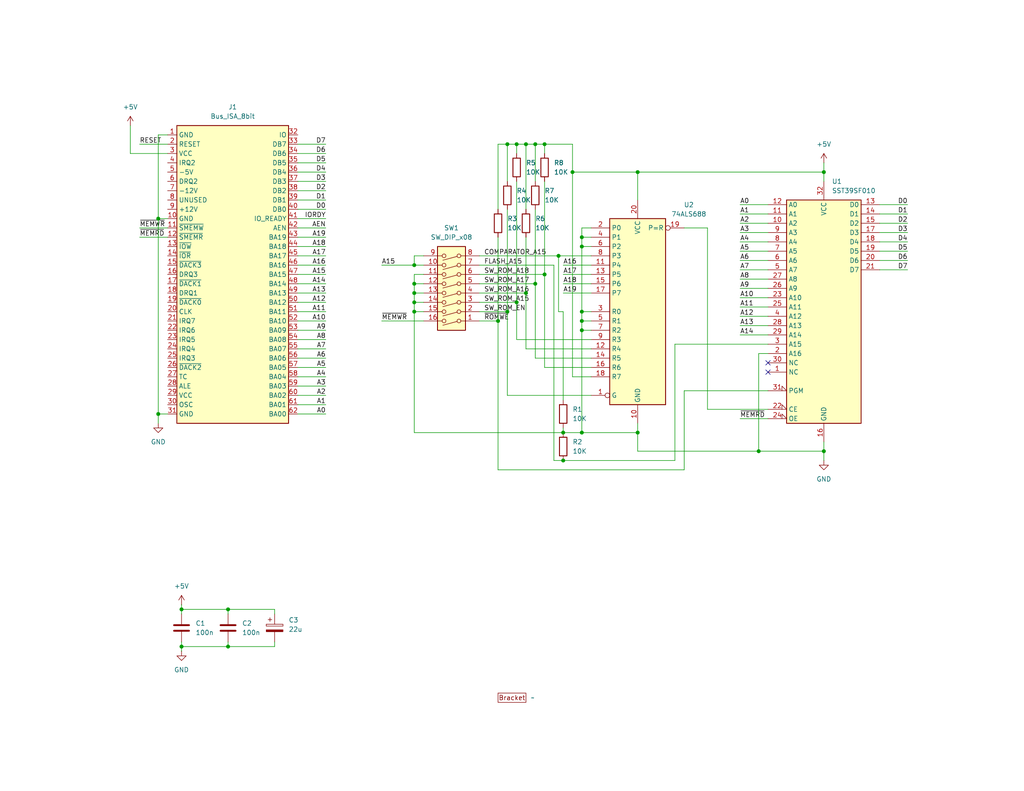
<source format=kicad_sch>
(kicad_sch (version 20231120) (generator "eeschema") (generator_version "8.0")
  (paper "USLetter")
  (title_block (title "ROM 'n Roll Star") (date "2024-09-21") (rev "1"))
  (lib_symbols
    (symbol "74xx:74LS688"
      (property "Reference" "U" (at -7.62 26.67 0))
      (property "Value" "74LS688" (at -7.62 -26.67 0))
      (symbol "74LS688_1_0"
        (pin input inverted (at -12.7 -22.86 0) (length 5.08) (name "G") (number "1"))
        (pin power_in line (at 0 -30.48 90) (length 5.08) (name "GND") (number "10"))
        (pin input line (at -12.7 12.7 0) (length 5.08) (name "P4") (number "11"))
        (pin input line (at -12.7 -10.16 0) (length 5.08) (name "R4") (number "12"))
        (pin input line (at -12.7 10.16 0) (length 5.08) (name "P5") (number "13"))
        (pin input line (at -12.7 -12.7 0) (length 5.08) (name "R5") (number "14"))
        (pin input line (at -12.7 7.62 0) (length 5.08) (name "P6") (number "15"))
        (pin input line (at -12.7 -15.24 0) (length 5.08) (name "R6") (number "16"))
        (pin input line (at -12.7 5.08 0) (length 5.08) (name "P7") (number "17"))
        (pin input line (at -12.7 -17.78 0) (length 5.08) (name "R7") (number "18"))
        (pin output inverted (at 12.7 22.86 180) (length 5.08) (name "P=R") (number "19"))
        (pin input line (at -12.7 22.86 0) (length 5.08) (name "P0") (number "2"))
        (pin power_in line (at 0 30.48 270) (length 5.08) (name "VCC") (number "20"))
        (pin input line (at -12.7 0 0) (length 5.08) (name "R0") (number "3"))
        (pin input line (at -12.7 20.32 0) (length 5.08) (name "P1") (number "4"))
        (pin input line (at -12.7 -2.54 0) (length 5.08) (name "R1") (number "5"))
        (pin input line (at -12.7 17.78 0) (length 5.08) (name "P2") (number "6"))
        (pin input line (at -12.7 -5.08 0) (length 5.08) (name "R2") (number "7"))
        (pin input line (at -12.7 15.24 0) (length 5.08) (name "P3") (number "8"))
        (pin input line (at -12.7 -7.62 0) (length 5.08) (name "R3") (number "9"))
      )
      (symbol "74LS688_1_1"
        (rectangle (start -7.62 25.4) (end 7.62 -25.4) (stroke (width 0.254)) (fill (type background)))
      )
    )
    (symbol "Connector:Bus_ISA_8bit"
      (property "Reference" "J" (at 0 42.545 0))
      (property "Value" "Bus_ISA_8bit" (at 0 -42.545 0))
      (symbol "Bus_ISA_8bit_0_1"
        (rectangle (start -15.24 -40.64) (end 15.24 40.64) (stroke (width 0.254)) (fill (type background)))
      )
      (symbol "Bus_ISA_8bit_1_1"
        (pin power_in line (at -17.78 38.1 0) (length 2.54) (name "GND") (number "1"))
        (pin power_in line (at -17.78 15.24 0) (length 2.54) (name "GND") (number "10"))
        (pin output line (at -17.78 12.7 0) (length 2.54) (name "~{SMEMW}") (number "11"))
        (pin output line (at -17.78 10.16 0) (length 2.54) (name "~{SMEMR}") (number "12"))
        (pin output line (at -17.78 7.62 0) (length 2.54) (name "~{IOW}") (number "13"))
        (pin output line (at -17.78 5.08 0) (length 2.54) (name "~{IOR}") (number "14"))
        (pin passive line (at -17.78 2.54 0) (length 2.54) (name "~{DACK3}") (number "15"))
        (pin passive line (at -17.78 0 0) (length 2.54) (name "DRQ3") (number "16"))
        (pin passive line (at -17.78 -2.54 0) (length 2.54) (name "~{DACK1}") (number "17"))
        (pin passive line (at -17.78 -5.08 0) (length 2.54) (name "DRQ1") (number "18"))
        (pin passive line (at -17.78 -7.62 0) (length 2.54) (name "~{DACK0}") (number "19"))
        (pin output line (at -17.78 35.56 0) (length 2.54) (name "RESET") (number "2"))
        (pin output line (at -17.78 -10.16 0) (length 2.54) (name "CLK") (number "20"))
        (pin passive line (at -17.78 -12.7 0) (length 2.54) (name "IRQ7") (number "21"))
        (pin passive line (at -17.78 -15.24 0) (length 2.54) (name "IRQ6") (number "22"))
        (pin passive line (at -17.78 -17.78 0) (length 2.54) (name "IRQ5") (number "23"))
        (pin passive line (at -17.78 -20.32 0) (length 2.54) (name "IRQ4") (number "24"))
        (pin passive line (at -17.78 -22.86 0) (length 2.54) (name "IRQ3") (number "25"))
        (pin passive line (at -17.78 -25.4 0) (length 2.54) (name "~{DACK2}") (number "26"))
        (pin passive line (at -17.78 -27.94 0) (length 2.54) (name "TC") (number "27"))
        (pin output line (at -17.78 -30.48 0) (length 2.54) (name "ALE") (number "28"))
        (pin power_in line (at -17.78 -33.02 0) (length 2.54) (name "VCC") (number "29"))
        (pin power_in line (at -17.78 33.02 0) (length 2.54) (name "VCC") (number "3"))
        (pin output line (at -17.78 -35.56 0) (length 2.54) (name "OSC") (number "30"))
        (pin power_in line (at -17.78 -38.1 0) (length 2.54) (name "GND") (number "31"))
        (pin passive line (at 17.78 38.1 180) (length 2.54) (name "IO") (number "32"))
        (pin tri_state line (at 17.78 35.56 180) (length 2.54) (name "DB7") (number "33"))
        (pin tri_state line (at 17.78 33.02 180) (length 2.54) (name "DB6") (number "34"))
        (pin tri_state line (at 17.78 30.48 180) (length 2.54) (name "DB5") (number "35"))
        (pin tri_state line (at 17.78 27.94 180) (length 2.54) (name "DB4") (number "36"))
        (pin tri_state line (at 17.78 25.4 180) (length 2.54) (name "DB3") (number "37"))
        (pin tri_state line (at 17.78 22.86 180) (length 2.54) (name "DB2") (number "38"))
        (pin tri_state line (at 17.78 20.32 180) (length 2.54) (name "DB1") (number "39"))
        (pin passive line (at -17.78 30.48 0) (length 2.54) (name "IRQ2") (number "4"))
        (pin tri_state line (at 17.78 17.78 180) (length 2.54) (name "DB0") (number "40"))
        (pin passive line (at 17.78 15.24 180) (length 2.54) (name "IO_READY") (number "41"))
        (pin output line (at 17.78 12.7 180) (length 2.54) (name "AEN") (number "42"))
        (pin tri_state line (at 17.78 10.16 180) (length 2.54) (name "BA19") (number "43"))
        (pin tri_state line (at 17.78 7.62 180) (length 2.54) (name "BA18") (number "44"))
        (pin tri_state line (at 17.78 5.08 180) (length 2.54) (name "BA17") (number "45"))
        (pin tri_state line (at 17.78 2.54 180) (length 2.54) (name "BA16") (number "46"))
        (pin tri_state line (at 17.78 0 180) (length 2.54) (name "BA15") (number "47"))
        (pin tri_state line (at 17.78 -2.54 180) (length 2.54) (name "BA14") (number "48"))
        (pin tri_state line (at 17.78 -5.08 180) (length 2.54) (name "BA13") (number "49"))
        (pin power_in line (at -17.78 27.94 0) (length 2.54) (name "-5V") (number "5"))
        (pin tri_state line (at 17.78 -7.62 180) (length 2.54) (name "BA12") (number "50"))
        (pin tri_state line (at 17.78 -10.16 180) (length 2.54) (name "BA11") (number "51"))
        (pin tri_state line (at 17.78 -12.7 180) (length 2.54) (name "BA10") (number "52"))
        (pin tri_state line (at 17.78 -15.24 180) (length 2.54) (name "BA09") (number "53"))
        (pin tri_state line (at 17.78 -17.78 180) (length 2.54) (name "BA08") (number "54"))
        (pin tri_state line (at 17.78 -20.32 180) (length 2.54) (name "BA07") (number "55"))
        (pin tri_state line (at 17.78 -22.86 180) (length 2.54) (name "BA06") (number "56"))
        (pin tri_state line (at 17.78 -25.4 180) (length 2.54) (name "BA05") (number "57"))
        (pin tri_state line (at 17.78 -27.94 180) (length 2.54) (name "BA04") (number "58"))
        (pin tri_state line (at 17.78 -30.48 180) (length 2.54) (name "BA03") (number "59"))
        (pin passive line (at -17.78 25.4 0) (length 2.54) (name "DRQ2") (number "6"))
        (pin tri_state line (at 17.78 -33.02 180) (length 2.54) (name "BA02") (number "60"))
        (pin tri_state line (at 17.78 -35.56 180) (length 2.54) (name "BA01") (number "61"))
        (pin tri_state line (at 17.78 -38.1 180) (length 2.54) (name "BA00") (number "62"))
        (pin power_in line (at -17.78 22.86 0) (length 2.54) (name "-12V") (number "7"))
        (pin passive line (at -17.78 20.32 0) (length 2.54) (name "UNUSED") (number "8"))
        (pin power_in line (at -17.78 17.78 0) (length 2.54) (name "+12V") (number "9"))
      )
    )
    (symbol "Device:C" (pin_numbers hide) (pin_names (offset 0.254))
      (property "Reference" "C" (at 0.635 2.54 0))
      (property "Value" "C" (at 0.635 -2.54 0))
      (symbol "C_0_1"
        (polyline (pts (xy -2.032 -0.762) (xy 2.032 -0.762)) (stroke (width 0.508)))
        (polyline (pts (xy -2.032 0.762) (xy 2.032 0.762)) (stroke (width 0.508)))
      )
      (symbol "C_1_1"
        (pin passive line (at 0 3.81 270) (length 2.794) (name "~") (number "1"))
        (pin passive line (at 0 -3.81 90) (length 2.794) (name "~") (number "2"))
      )
    )
    (symbol "Device:C_Polarized" (pin_numbers hide) (pin_names (offset 0.254))
      (property "Reference" "C" (at 0.635 2.54 0))
      (property "Value" "C_Polarized" (at 0.635 -2.54 0))
      (symbol "C_Polarized_0_1"
        (rectangle (start -2.286 0.508) (end 2.286 1.016))
        (polyline (pts (xy -1.778 2.286) (xy -0.762 2.286)))
        (polyline (pts (xy -1.27 2.794) (xy -1.27 1.778)))
        (rectangle (start 2.286 -0.508) (end -2.286 -1.016) (fill (type outline)))
      )
      (symbol "C_Polarized_1_1"
        (pin passive line (at 0 3.81 270) (length 2.794) (name "~") (number "1"))
        (pin passive line (at 0 -3.81 90) (length 2.794) (name "~") (number "2"))
      )
    )
    (symbol "Device:R" (pin_numbers hide) (pin_names (offset 0))
      (property "Reference" "R" (at 2.032 0 90))
      (property "Value" "R" (at 0 0 90))
      (symbol "R_0_1"
        (rectangle (start -1.016 -2.54) (end 1.016 2.54) (stroke (width 0.254)))
      )
      (symbol "R_1_1"
        (pin passive line (at 0 3.81 270) (length 1.27) (name "~") (number "1"))
        (pin passive line (at 0 -3.81 90) (length 1.27) (name "~") (number "2"))
      )
    )
    (symbol "Memory_Flash:SST39SF010"
      (property "Reference" "U" (at 2.54 33.02 0))
      (property "Value" "SST39SF010" (at 0 -30.48 0))
      (symbol "SST39SF010_0_0"
        (pin power_in line (at 0 -34.29 90) (length 5.08) (name "GND") (number "16"))
        (pin power_in line (at 0 36.83 270) (length 5.08) (name "VCC") (number "32"))
      )
      (symbol "SST39SF010_0_1"
        (rectangle (start -10.16 31.75) (end 10.16 -29.21) (stroke (width 0.254)) (fill (type background)))
      )
      (symbol "SST39SF010_1_1"
        (pin input line (at -15.24 -15.24 0) (length 5.08) (name "NC") (number "1"))
        (pin input line (at -15.24 25.4 0) (length 5.08) (name "A2") (number "10"))
        (pin input line (at -15.24 27.94 0) (length 5.08) (name "A1") (number "11"))
        (pin input line (at -15.24 30.48 0) (length 5.08) (name "A0") (number "12"))
        (pin tri_state line (at 15.24 30.48 180) (length 5.08) (name "D0") (number "13"))
        (pin tri_state line (at 15.24 27.94 180) (length 5.08) (name "D1") (number "14"))
        (pin tri_state line (at 15.24 25.4 180) (length 5.08) (name "D2") (number "15"))
        (pin tri_state line (at 15.24 22.86 180) (length 5.08) (name "D3") (number "17"))
        (pin tri_state line (at 15.24 20.32 180) (length 5.08) (name "D4") (number "18"))
        (pin tri_state line (at 15.24 17.78 180) (length 5.08) (name "D5") (number "19"))
        (pin input line (at -15.24 -10.16 0) (length 5.08) (name "A16") (number "2"))
        (pin tri_state line (at 15.24 15.24 180) (length 5.08) (name "D6") (number "20"))
        (pin tri_state line (at 15.24 12.7 180) (length 5.08) (name "D7") (number "21"))
        (pin input input_low (at -15.24 -25.4 0) (length 5.08) (name "CE") (number "22"))
        (pin input line (at -15.24 5.08 0) (length 5.08) (name "A10") (number "23"))
        (pin input input_low (at -15.24 -27.94 0) (length 5.08) (name "OE") (number "24"))
        (pin input line (at -15.24 2.54 0) (length 5.08) (name "A11") (number "25"))
        (pin input line (at -15.24 7.62 0) (length 5.08) (name "A9") (number "26"))
        (pin input line (at -15.24 10.16 0) (length 5.08) (name "A8") (number "27"))
        (pin input line (at -15.24 -2.54 0) (length 5.08) (name "A13") (number "28"))
        (pin input line (at -15.24 -5.08 0) (length 5.08) (name "A14") (number "29"))
        (pin input line (at -15.24 -7.62 0) (length 5.08) (name "A15") (number "3"))
        (pin input line (at -15.24 -12.7 0) (length 5.08) (name "NC") (number "30"))
        (pin input input_low (at -15.24 -20.32 0) (length 5.08) (name "PGM") (number "31"))
        (pin input line (at -15.24 0 0) (length 5.08) (name "A12") (number "4"))
        (pin input line (at -15.24 12.7 0) (length 5.08) (name "A7") (number "5"))
        (pin input line (at -15.24 15.24 0) (length 5.08) (name "A6") (number "6"))
        (pin input line (at -15.24 17.78 0) (length 5.08) (name "A5") (number "7"))
        (pin input line (at -15.24 20.32 0) (length 5.08) (name "A4") (number "8"))
        (pin input line (at -15.24 22.86 0) (length 5.08) (name "A3") (number "9"))
      )
    )
    (symbol "Switch:SW_DIP_x08" (pin_names (offset 0) hide)
      (property "Reference" "SW" (at 0 13.97 0))
      (property "Value" "SW_DIP_x08" (at 0 -11.43 0))
      (symbol "SW_DIP_x08_0_0"
        (circle (center -2.032 -7.62) (radius 0.508))
        (circle (center -2.032 -5.08) (radius 0.508))
        (circle (center -2.032 -2.54) (radius 0.508))
        (circle (center -2.032 0) (radius 0.508))
        (circle (center -2.032 2.54) (radius 0.508))
        (circle (center -2.032 5.08) (radius 0.508))
        (circle (center -2.032 7.62) (radius 0.508))
        (circle (center -2.032 10.16) (radius 0.508))
        (polyline (pts (xy -1.524 -7.4676) (xy 2.3622 -6.4262)))
        (polyline (pts (xy -1.524 -4.9276) (xy 2.3622 -3.8862)))
        (polyline (pts (xy -1.524 -2.3876) (xy 2.3622 -1.3462)))
        (polyline (pts (xy -1.524 0.127) (xy 2.3622 1.1684)))
        (polyline (pts (xy -1.524 2.667) (xy 2.3622 3.7084)))
        (polyline (pts (xy -1.524 5.207) (xy 2.3622 6.2484)))
        (polyline (pts (xy -1.524 7.747) (xy 2.3622 8.7884)))
        (polyline (pts (xy -1.524 10.287) (xy 2.3622 11.3284)))
        (circle (center 2.032 -7.62) (radius 0.508))
        (circle (center 2.032 -5.08) (radius 0.508))
        (circle (center 2.032 -2.54) (radius 0.508))
        (circle (center 2.032 0) (radius 0.508))
        (circle (center 2.032 2.54) (radius 0.508))
        (circle (center 2.032 5.08) (radius 0.508))
        (circle (center 2.032 7.62) (radius 0.508))
        (circle (center 2.032 10.16) (radius 0.508))
      )
      (symbol "SW_DIP_x08_0_1"
        (rectangle (start -3.81 12.7) (end 3.81 -10.16) (stroke (width 0.254)) (fill (type background)))
      )
      (symbol "SW_DIP_x08_1_1"
        (pin passive line (at -7.62 10.16 0) (length 5.08) (name "~") (number "1"))
        (pin passive line (at 7.62 -5.08 180) (length 5.08) (name "~") (number "10"))
        (pin passive line (at 7.62 -2.54 180) (length 5.08) (name "~") (number "11"))
        (pin passive line (at 7.62 0 180) (length 5.08) (name "~") (number "12"))
        (pin passive line (at 7.62 2.54 180) (length 5.08) (name "~") (number "13"))
        (pin passive line (at 7.62 5.08 180) (length 5.08) (name "~") (number "14"))
        (pin passive line (at 7.62 7.62 180) (length 5.08) (name "~") (number "15"))
        (pin passive line (at 7.62 10.16 180) (length 5.08) (name "~") (number "16"))
        (pin passive line (at -7.62 7.62 0) (length 5.08) (name "~") (number "2"))
        (pin passive line (at -7.62 5.08 0) (length 5.08) (name "~") (number "3"))
        (pin passive line (at -7.62 2.54 0) (length 5.08) (name "~") (number "4"))
        (pin passive line (at -7.62 0 0) (length 5.08) (name "~") (number "5"))
        (pin passive line (at -7.62 -2.54 0) (length 5.08) (name "~") (number "6"))
        (pin passive line (at -7.62 -5.08 0) (length 5.08) (name "~") (number "7"))
        (pin passive line (at -7.62 -7.62 0) (length 5.08) (name "~") (number "8"))
        (pin passive line (at 7.62 -7.62 180) (length 5.08) (name "~") (number "9"))
      )
    )
    (symbol "pc-parts:9202"
      (symbol "9202_1_1"
        (rectangle (start -3.81 1.27) (end 3.81 -1.27))
        (text "Bracket" (at 0 0 0) (effects (font (size 1.27 1.27))))
      )
    )
    (symbol "power:+5V" (power) (pin_numbers hide) (pin_names (offset 0) hide)
      (property "Value" "+5V" (at 0 3.556 0))
      (symbol "+5V_0_1"
        (polyline (pts (xy -0.762 1.27) (xy 0 2.54)))
        (polyline (pts (xy 0 0) (xy 0 2.54)))
        (polyline (pts (xy 0 2.54) (xy 0.762 1.27)))
      )
      (symbol "+5V_1_1"
        (pin power_in line (at 0 0 90) (length 0) (name "~") (number "1"))
      )
    )
    (symbol "power:GND" (power) (pin_numbers hide) (pin_names (offset 0) hide)
      (property "Value" "GND" (at 0 -3.81 0))
      (symbol "GND_0_1"
        (polyline (pts (xy 0 0) (xy 0 -1.27) (xy 1.27 -1.27) (xy 0 -2.54) (xy -1.27 -1.27) (xy 0 -1.27)))
      )
      (symbol "GND_1_1"
        (pin power_in line (at 0 0 270) (length 0) (name "~") (number "1"))
      )
    )
  )
  (junction (at 156.21 46.99))
  (junction (at 138.43 39.37))
  (junction (at 146.05 77.47))
  (junction (at 138.43 85.09))
  (junction (at 158.75 90.17))
  (junction (at 143.51 80.01))
  (junction (at 43.18 113.03))
  (junction (at 140.97 39.37))
  (junction (at 140.97 82.55))
  (junction (at 152.4 69.85))
  (junction (at 148.59 74.93))
  (junction (at 153.67 118.11))
  (junction (at 143.51 39.37))
  (junction (at 49.53 176.53))
  (junction (at 113.03 82.55))
  (junction (at 173.99 46.99))
  (junction (at 153.67 125.73))
  (junction (at 113.03 72.39))
  (junction (at 43.18 59.69))
  (junction (at 113.03 77.47))
  (junction (at 148.59 39.37))
  (junction (at 173.99 118.11))
  (junction (at 49.53 166.37))
  (junction (at 113.03 80.01))
  (junction (at 158.75 67.31))
  (junction (at 224.79 123.19))
  (junction (at 62.23 176.53))
  (junction (at 62.23 166.37))
  (junction (at 158.75 64.77))
  (junction (at 224.79 46.99))
  (junction (at 135.89 87.63))
  (junction (at 146.05 39.37))
  (junction (at 158.75 85.09))
  (junction (at 158.75 118.11))
  (junction (at 113.03 85.09))
  (junction (at 207.01 123.19))
  (junction (at 158.75 87.63))
  (no_connect (at 209.55 99.06))
  (no_connect (at 209.55 101.6))
  (wire (pts (xy 62.23 176.53) (xy 74.93 176.53)))
  (wire (pts (xy 49.53 175.26) (xy 49.53 176.53)))
  (wire (pts (xy 240.03 73.66) (xy 247.65 73.66)))
  (wire (pts (xy 81.28 57.15) (xy 88.9 57.15)))
  (wire (pts (xy 113.03 72.39) (xy 113.03 69.85)))
  (wire (pts (xy 153.67 109.22) (xy 153.67 85.09)))
  (wire (pts (xy 209.55 60.96) (xy 201.93 60.96)))
  (wire (pts (xy 81.28 39.37) (xy 88.9 39.37)))
  (wire (pts (xy 156.21 46.99) (xy 156.21 102.87)))
  (wire (pts (xy 161.29 72.39) (xy 153.67 72.39)))
  (wire (pts (xy 43.18 113.03) (xy 43.18 115.57)))
  (wire (pts (xy 43.18 59.69) (xy 43.18 113.03)))
  (wire (pts (xy 209.55 96.52) (xy 207.01 96.52)))
  (wire (pts (xy 209.55 71.12) (xy 201.93 71.12)))
  (wire (pts (xy 81.28 44.45) (xy 88.9 44.45)))
  (wire (pts (xy 113.03 82.55) (xy 115.57 82.55)))
  (wire (pts (xy 152.4 69.85) (xy 161.29 69.85)))
  (wire (pts (xy 158.75 62.23) (xy 158.75 64.77)))
  (wire (pts (xy 224.79 123.19) (xy 224.79 125.73)))
  (wire (pts (xy 143.51 39.37) (xy 140.97 39.37)))
  (wire (pts (xy 81.28 67.31) (xy 88.9 67.31)))
  (wire (pts (xy 138.43 85.09) (xy 130.81 85.09)))
  (wire (pts (xy 81.28 77.47) (xy 88.9 77.47)))
  (wire (pts (xy 153.67 116.84) (xy 153.67 118.11)))
  (wire (pts (xy 151.13 72.39) (xy 130.81 72.39)))
  (wire (pts (xy 161.29 95.25) (xy 143.51 95.25)))
  (wire (pts (xy 207.01 96.52) (xy 207.01 123.19)))
  (wire (pts (xy 156.21 39.37) (xy 156.21 46.99)))
  (wire (pts (xy 161.29 102.87) (xy 156.21 102.87)))
  (wire (pts (xy 186.69 62.23) (xy 193.04 62.23)))
  (wire (pts (xy 209.55 76.2) (xy 201.93 76.2)))
  (wire (pts (xy 140.97 92.71) (xy 140.97 82.55)))
  (wire (pts (xy 130.81 69.85) (xy 152.4 69.85)))
  (wire (pts (xy 240.03 55.88) (xy 247.65 55.88)))
  (wire (pts (xy 81.28 107.95) (xy 88.9 107.95)))
  (wire (pts (xy 209.55 88.9) (xy 201.93 88.9)))
  (wire (pts (xy 104.14 72.39) (xy 113.03 72.39)))
  (wire (pts (xy 224.79 44.45) (xy 224.79 46.99)))
  (wire (pts (xy 81.28 105.41) (xy 88.9 105.41)))
  (wire (pts (xy 161.29 97.79) (xy 146.05 97.79)))
  (wire (pts (xy 207.01 123.19) (xy 173.99 123.19)))
  (wire (pts (xy 49.53 165.1) (xy 49.53 166.37)))
  (wire (pts (xy 161.29 80.01) (xy 153.67 80.01)))
  (wire (pts (xy 201.93 114.3) (xy 209.55 114.3)))
  (wire (pts (xy 143.51 80.01) (xy 130.81 80.01)))
  (wire (pts (xy 104.14 87.63) (xy 115.57 87.63)))
  (wire (pts (xy 81.28 95.25) (xy 88.9 95.25)))
  (wire (pts (xy 143.51 64.77) (xy 143.51 80.01)))
  (wire (pts (xy 158.75 85.09) (xy 161.29 85.09)))
  (wire (pts (xy 186.69 106.68) (xy 209.55 106.68)))
  (wire (pts (xy 49.53 176.53) (xy 49.53 177.8)))
  (wire (pts (xy 113.03 118.11) (xy 113.03 85.09)))
  (wire (pts (xy 158.75 67.31) (xy 158.75 85.09)))
  (wire (pts (xy 62.23 166.37) (xy 74.93 166.37)))
  (wire (pts (xy 158.75 87.63) (xy 158.75 85.09)))
  (wire (pts (xy 209.55 73.66) (xy 201.93 73.66)))
  (wire (pts (xy 81.28 52.07) (xy 88.9 52.07)))
  (wire (pts (xy 186.69 128.27) (xy 186.69 106.68)))
  (wire (pts (xy 81.28 46.99) (xy 88.9 46.99)))
  (wire (pts (xy 49.53 166.37) (xy 62.23 166.37)))
  (wire (pts (xy 161.29 77.47) (xy 153.67 77.47)))
  (wire (pts (xy 81.28 80.01) (xy 88.9 80.01)))
  (wire (pts (xy 81.28 113.03) (xy 88.9 113.03)))
  (wire (pts (xy 161.29 107.95) (xy 138.43 107.95)))
  (wire (pts (xy 148.59 74.93) (xy 130.81 74.93)))
  (wire (pts (xy 156.21 46.99) (xy 173.99 46.99)))
  (wire (pts (xy 146.05 39.37) (xy 143.51 39.37)))
  (wire (pts (xy 138.43 57.15) (xy 138.43 85.09)))
  (wire (pts (xy 49.53 166.37) (xy 49.53 167.64)))
  (wire (pts (xy 49.53 176.53) (xy 62.23 176.53)))
  (wire (pts (xy 113.03 82.55) (xy 113.03 80.01)))
  (wire (pts (xy 158.75 118.11) (xy 158.75 90.17)))
  (wire (pts (xy 81.28 41.91) (xy 88.9 41.91)))
  (wire (pts (xy 209.55 63.5) (xy 201.93 63.5)))
  (wire (pts (xy 209.55 55.88) (xy 201.93 55.88)))
  (wire (pts (xy 81.28 100.33) (xy 88.9 100.33)))
  (wire (pts (xy 81.28 72.39) (xy 88.9 72.39)))
  (wire (pts (xy 240.03 71.12) (xy 247.65 71.12)))
  (wire (pts (xy 43.18 59.69) (xy 45.72 59.69)))
  (wire (pts (xy 209.55 81.28) (xy 201.93 81.28)))
  (wire (pts (xy 158.75 90.17) (xy 158.75 87.63)))
  (wire (pts (xy 138.43 39.37) (xy 138.43 49.53)))
  (wire (pts (xy 240.03 60.96) (xy 247.65 60.96)))
  (wire (pts (xy 146.05 97.79) (xy 146.05 77.47)))
  (wire (pts (xy 158.75 64.77) (xy 161.29 64.77)))
  (wire (pts (xy 148.59 49.53) (xy 148.59 74.93)))
  (wire (pts (xy 81.28 62.23) (xy 88.9 62.23)))
  (wire (pts (xy 113.03 85.09) (xy 113.03 82.55)))
  (wire (pts (xy 193.04 111.76) (xy 209.55 111.76)))
  (wire (pts (xy 158.75 67.31) (xy 161.29 67.31)))
  (wire (pts (xy 148.59 41.91) (xy 148.59 39.37)))
  (wire (pts (xy 81.28 87.63) (xy 88.9 87.63)))
  (wire (pts (xy 161.29 92.71) (xy 140.97 92.71)))
  (wire (pts (xy 148.59 100.33) (xy 148.59 74.93)))
  (wire (pts (xy 161.29 74.93) (xy 153.67 74.93)))
  (wire (pts (xy 173.99 115.57) (xy 173.99 118.11)))
  (wire (pts (xy 81.28 69.85) (xy 88.9 69.85)))
  (wire (pts (xy 113.03 77.47) (xy 115.57 77.47)))
  (wire (pts (xy 38.1 39.37) (xy 45.72 39.37)))
  (wire (pts (xy 62.23 166.37) (xy 62.23 167.64)))
  (wire (pts (xy 45.72 36.83) (xy 43.18 36.83)))
  (wire (pts (xy 113.03 80.01) (xy 113.03 77.47)))
  (wire (pts (xy 153.67 85.09) (xy 152.4 85.09)))
  (wire (pts (xy 148.59 39.37) (xy 146.05 39.37)))
  (wire (pts (xy 158.75 64.77) (xy 158.75 67.31)))
  (wire (pts (xy 43.18 113.03) (xy 45.72 113.03)))
  (wire (pts (xy 62.23 175.26) (xy 62.23 176.53)))
  (wire (pts (xy 209.55 66.04) (xy 201.93 66.04)))
  (wire (pts (xy 209.55 78.74) (xy 201.93 78.74)))
  (wire (pts (xy 151.13 125.73) (xy 151.13 72.39)))
  (wire (pts (xy 240.03 68.58) (xy 247.65 68.58)))
  (wire (pts (xy 81.28 92.71) (xy 88.9 92.71)))
  (wire (pts (xy 135.89 128.27) (xy 186.69 128.27)))
  (wire (pts (xy 224.79 46.99) (xy 173.99 46.99)))
  (wire (pts (xy 130.81 87.63) (xy 135.89 87.63)))
  (wire (pts (xy 143.51 95.25) (xy 143.51 80.01)))
  (wire (pts (xy 140.97 82.55) (xy 130.81 82.55)))
  (wire (pts (xy 209.55 91.44) (xy 201.93 91.44)))
  (wire (pts (xy 38.1 64.77) (xy 45.72 64.77)))
  (wire (pts (xy 146.05 77.47) (xy 130.81 77.47)))
  (wire (pts (xy 135.89 64.77) (xy 135.89 87.63)))
  (wire (pts (xy 152.4 85.09) (xy 152.4 69.85)))
  (wire (pts (xy 207.01 123.19) (xy 224.79 123.19)))
  (wire (pts (xy 43.18 36.83) (xy 43.18 59.69)))
  (wire (pts (xy 193.04 62.23) (xy 193.04 111.76)))
  (wire (pts (xy 161.29 62.23) (xy 158.75 62.23)))
  (wire (pts (xy 81.28 49.53) (xy 88.9 49.53)))
  (wire (pts (xy 135.89 39.37) (xy 135.89 57.15)))
  (wire (pts (xy 74.93 175.26) (xy 74.93 176.53)))
  (wire (pts (xy 148.59 39.37) (xy 156.21 39.37)))
  (wire (pts (xy 224.79 123.19) (xy 224.79 120.65)))
  (wire (pts (xy 224.79 49.53) (xy 224.79 46.99)))
  (wire (pts (xy 81.28 74.93) (xy 88.9 74.93)))
  (wire (pts (xy 209.55 68.58) (xy 201.93 68.58)))
  (wire (pts (xy 35.56 34.29) (xy 35.56 41.91)))
  (wire (pts (xy 140.97 39.37) (xy 140.97 41.91)))
  (wire (pts (xy 209.55 58.42) (xy 201.93 58.42)))
  (wire (pts (xy 81.28 64.77) (xy 88.9 64.77)))
  (wire (pts (xy 74.93 166.37) (xy 74.93 167.64)))
  (wire (pts (xy 113.03 85.09) (xy 115.57 85.09)))
  (wire (pts (xy 240.03 66.04) (xy 247.65 66.04)))
  (wire (pts (xy 153.67 118.11) (xy 113.03 118.11)))
  (wire (pts (xy 173.99 118.11) (xy 158.75 118.11)))
  (wire (pts (xy 209.55 93.98) (xy 184.15 93.98)))
  (wire (pts (xy 209.55 83.82) (xy 201.93 83.82)))
  (wire (pts (xy 113.03 80.01) (xy 115.57 80.01)))
  (wire (pts (xy 184.15 93.98) (xy 184.15 125.73)))
  (wire (pts (xy 81.28 54.61) (xy 88.9 54.61)))
  (wire (pts (xy 81.28 82.55) (xy 88.9 82.55)))
  (wire (pts (xy 35.56 41.91) (xy 45.72 41.91)))
  (wire (pts (xy 158.75 90.17) (xy 161.29 90.17)))
  (wire (pts (xy 184.15 125.73) (xy 153.67 125.73)))
  (wire (pts (xy 81.28 85.09) (xy 88.9 85.09)))
  (wire (pts (xy 81.28 90.17) (xy 88.9 90.17)))
  (wire (pts (xy 113.03 69.85) (xy 115.57 69.85)))
  (wire (pts (xy 153.67 125.73) (xy 151.13 125.73)))
  (wire (pts (xy 209.55 86.36) (xy 201.93 86.36)))
  (wire (pts (xy 81.28 102.87) (xy 88.9 102.87)))
  (wire (pts (xy 161.29 100.33) (xy 148.59 100.33)))
  (wire (pts (xy 146.05 57.15) (xy 146.05 77.47)))
  (wire (pts (xy 38.1 62.23) (xy 45.72 62.23)))
  (wire (pts (xy 135.89 87.63) (xy 135.89 128.27)))
  (wire (pts (xy 81.28 59.69) (xy 88.9 59.69)))
  (wire (pts (xy 138.43 107.95) (xy 138.43 85.09)))
  (wire (pts (xy 143.51 39.37) (xy 143.51 57.15)))
  (wire (pts (xy 113.03 72.39) (xy 115.57 72.39)))
  (wire (pts (xy 240.03 63.5) (xy 247.65 63.5)))
  (wire (pts (xy 173.99 123.19) (xy 173.99 118.11)))
  (wire (pts (xy 158.75 118.11) (xy 153.67 118.11)))
  (wire (pts (xy 81.28 97.79) (xy 88.9 97.79)))
  (wire (pts (xy 140.97 49.53) (xy 140.97 82.55)))
  (wire (pts (xy 140.97 39.37) (xy 138.43 39.37)))
  (wire (pts (xy 146.05 39.37) (xy 146.05 49.53)))
  (wire (pts (xy 113.03 74.93) (xy 115.57 74.93)))
  (wire (pts (xy 81.28 110.49) (xy 88.9 110.49)))
  (wire (pts (xy 113.03 77.47) (xy 113.03 74.93)))
  (wire (pts (xy 138.43 39.37) (xy 135.89 39.37)))
  (wire (pts (xy 158.75 87.63) (xy 161.29 87.63)))
  (wire (pts (xy 240.03 58.42) (xy 247.65 58.42)))
  (wire (pts (xy 173.99 46.99) (xy 173.99 54.61)))
  (label "SW_ROM_A18" (at 132.08 74.93 0))
  (label "A4" (at 88.9 102.87 180))
  (label "A18" (at 153.67 77.47 0))
  (label "D6" (at 247.65 71.12 180))
  (label "A6" (at 88.9 97.79 180))
  (label "A19" (at 153.67 80.01 0))
  (label "A17" (at 88.9 69.85 180))
  (label "A4" (at 201.93 66.04 0))
  (label "A5" (at 88.9 100.33 180))
  (label "A5" (at 201.93 68.58 0))
  (label "A9" (at 201.93 78.74 0))
  (label "A7" (at 201.93 73.66 0))
  (label "D4" (at 247.65 66.04 180))
  (label "D5" (at 247.65 68.58 180))
  (label "SW_ROM_A15" (at 132.08 82.55 0))
  (label "A7" (at 88.9 95.25 180))
  (label "A9" (at 88.9 90.17 180))
  (label "D2" (at 247.65 60.96 180))
  (label "A13" (at 201.93 88.9 0))
  (label "~{MEMWR}" (at 38.1 62.23 0))
  (label "D0" (at 247.65 55.88 180))
  (label "A8" (at 201.93 76.2 0))
  (label "A10" (at 88.9 87.63 180))
  (label "A12" (at 88.9 82.55 180))
  (label "SW_ROM_A16" (at 132.08 80.01 0))
  (label "D3" (at 88.9 49.53 180))
  (label "A14" (at 88.9 77.47 180))
  (label "A1" (at 201.93 58.42 0))
  (label "D3" (at 247.65 63.5 180))
  (label "~{ROMWE}" (at 132.08 87.63 0))
  (label "A0" (at 201.93 55.88 0))
  (label "A0" (at 88.9 113.03 180))
  (label "A11" (at 201.93 83.82 0))
  (label "A15" (at 104.14 72.39 0))
  (label "~{MEMRD}" (at 201.93 114.3 0))
  (label "RESET" (at 38.1 39.37 0))
  (label "A12" (at 201.93 86.36 0))
  (label "~{MEMRD}" (at 38.1 64.77 0))
  (label "A2" (at 201.93 60.96 0))
  (label "AEN" (at 88.9 62.23 180))
  (label "A13" (at 88.9 80.01 180))
  (label "COMPARATOR_A15" (at 132.08 69.85 0))
  (label "A1" (at 88.9 110.49 180))
  (label "~{MEMWR}" (at 104.14 87.63 0))
  (label "A3" (at 88.9 105.41 180))
  (label "A16" (at 88.9 72.39 180))
  (label "A6" (at 201.93 71.12 0))
  (label "D2" (at 88.9 52.07 180))
  (label "A14" (at 201.93 91.44 0))
  (label "FLASH_A15" (at 132.08 72.39 0))
  (label "SW_ROM_A17" (at 132.08 77.47 0))
  (label "D1" (at 247.65 58.42 180))
  (label "A16" (at 153.67 72.39 0))
  (label "IORDY" (at 88.9 59.69 180))
  (label "A3" (at 201.93 63.5 0))
  (label "A19" (at 88.9 64.77 180))
  (label "A10" (at 201.93 81.28 0))
  (label "A8" (at 88.9 92.71 180))
  (label "D6" (at 88.9 41.91 180))
  (label "D1" (at 88.9 54.61 180))
  (label "D5" (at 88.9 44.45 180))
  (label "D0" (at 88.9 57.15 180))
  (label "A2" (at 88.9 107.95 180))
  (label "D7" (at 247.65 73.66 180))
  (label "A18" (at 88.9 67.31 180))
  (label "D4" (at 88.9 46.99 180))
  (label "A17" (at 153.67 74.93 0))
  (label "A11" (at 88.9 85.09 180))
  (label "SW_ROM_EN" (at 132.08 85.09 0))
  (label "A15" (at 88.9 74.93 180))
  (label "D7" (at 88.9 39.37 180))
  (symbol (lib_id "power:+5V") (at 35.56 34.29 0) (unit 1)
    (property "Reference" "#PWR01" (effects (hide yes)))
    (property "Value" "+5V" (at 35.56 29.21 0))
    (property "Description" "Power symbol creates a global label with name \"+5V\"" (effects (hide yes)))
  )
  (symbol (lib_id "Device:R") (at 146.05 53.34 0) (unit 1)
    (property "Reference" "R7" (at 148.59 52.0699 0) (effects (justify left)))
    (property "Value" "10K" (at 148.59 54.6099 0) (effects (justify left)))
    (property "Footprint" "Resistor_SMD:R_0603_1608Metric_Pad0.98x0.95mm_HandSolder" (effects (hide yes)))
    (property "Description" "Resistor" (effects (hide yes)))
  )
  (symbol (lib_id "Connector:Bus_ISA_8bit") (at 63.5 74.93 0) (unit 1)
    (property "Reference" "J1" (at 63.5 29.21 0))
    (property "Value" "Bus_ISA_8bit" (at 63.5 31.75 0))
    (property "Footprint" "pc-parts:BUS_AT_8BIT" (effects (hide yes)))
    (property "Datasheet" "https://en.wikipedia.org/wiki/Industry_Standard_Architecture" (effects (hide yes)))
    (property "Description" "8-bit ISA-PC bus connector" (effects (hide yes)))
  )
  (symbol (lib_id "power:GND") (at 43.18 115.57 0) (unit 1)
    (property "Reference" "#PWR02" (effects (hide yes)))
    (property "Value" "GND" (at 43.18 120.65 0))
    (property "Description" "Power symbol creates a global label with name \"GND\" , ground" (effects (hide yes)))
  )
  (symbol (lib_id "Device:C_Polarized") (at 74.93 171.45 0) (unit 1)
    (property "Reference" "C3" (at 78.74 169.2909 0) (effects (justify left)))
    (property "Value" "22u" (at 78.74 171.8309 0) (effects (justify left)))
    (property "Footprint" "Capacitor_SMD:CP_Elec_5x5.3" (effects (hide yes)))
    (property "Description" "Polarized capacitor" (effects (hide yes)))
  )
  (symbol (lib_id "pc-parts:9202") (at 139.7 190.5 0) (unit 1)
    (property "Reference" "BRACKET1" (effects (hide yes)))
    (property "Value" "~" (at 144.78 190.5 0) (effects (justify left)))
    (property "Footprint" "pc-parts:PC_BRACKET_ISA_KEYSTONE_9202_Rev1" (effects (hide yes)))
  )
  (symbol (lib_id "power:+5V") (at 224.79 44.45 0) (unit 1)
    (property "Reference" "#PWR05" (effects (hide yes)))
    (property "Value" "+5V" (at 224.79 39.37 0))
    (property "Description" "Power symbol creates a global label with name \"+5V\"" (effects (hide yes)))
  )
  (symbol (lib_id "power:GND") (at 49.53 177.8 0) (unit 1)
    (property "Reference" "#PWR018" (effects (hide yes)))
    (property "Value" "GND" (at 49.53 182.88 0))
    (property "Description" "Power symbol creates a global label with name \"GND\" , ground" (effects (hide yes)))
  )
  (symbol (lib_id "Device:C") (at 49.53 171.45 0) (unit 1)
    (property "Reference" "C1" (at 53.34 170.1799 0) (effects (justify left)))
    (property "Value" "100n" (at 53.34 172.7199 0) (effects (justify left)))
    (property "Footprint" "Capacitor_SMD:C_0603_1608Metric_Pad1.08x0.95mm_HandSolder" (effects (hide yes)))
    (property "Description" "Unpolarized capacitor" (effects (hide yes)))
  )
  (symbol (lib_id "Switch:SW_DIP_x08") (at 123.19 77.47 180) (unit 1)
    (property "Reference" "SW1" (at 123.19 62.23 0))
    (property "Value" "SW_DIP_x08" (at 123.19 64.77 0))
    (property "Footprint" "Button_Switch_THT:SW_DIP_SPSTx08_Slide_9.78x22.5mm_W7.62mm_P2.54mm" (effects (hide yes)))
    (property "Description" "8x DIP Switch, Single Pole Single Throw (SPST) switch, small symbol" (effects (hide yes)))
  )
  (symbol (lib_id "Device:R") (at 140.97 45.72 0) (unit 1)
    (property "Reference" "R5" (at 143.51 44.4499 0) (effects (justify left)))
    (property "Value" "10K" (at 143.51 46.9899 0) (effects (justify left)))
    (property "Footprint" "Resistor_SMD:R_0603_1608Metric_Pad0.98x0.95mm_HandSolder" (effects (hide yes)))
    (property "Description" "Resistor" (effects (hide yes)))
  )
  (symbol (lib_id "Device:R") (at 135.89 60.96 0) (unit 1)
    (property "Reference" "R3" (at 138.43 59.6899 0) (effects (justify left)))
    (property "Value" "10K" (at 138.43 62.2299 0) (effects (justify left)))
    (property "Footprint" "Resistor_SMD:R_0603_1608Metric_Pad0.98x0.95mm_HandSolder" (effects (hide yes)))
    (property "Description" "Resistor" (effects (hide yes)))
  )
  (symbol (lib_id "74xx:74LS688") (at 173.99 85.09 0) (unit 1)
    (property "Reference" "U2" (at 187.96 55.9114 0))
    (property "Value" "74ALS688" (at 187.96 58.4514 0))
    (property "Footprint" "Package_DIP:DIP-20_W7.62mm" (effects (hide yes)))
    (property "Datasheet" "http://www.ti.com/lit/gpn/sn74LS688" (effects (hide yes)))
    (property "Description" "8-bit magnitude comparator" (effects (hide yes)))
  )
  (symbol (lib_id "Device:C") (at 62.23 171.45 0) (unit 1)
    (property "Reference" "C2" (at 66.04 170.1799 0) (effects (justify left)))
    (property "Value" "100n" (at 66.04 172.7199 0) (effects (justify left)))
    (property "Footprint" "Capacitor_SMD:C_0603_1608Metric_Pad1.08x0.95mm_HandSolder" (effects (hide yes)))
    (property "Description" "Unpolarized capacitor" (effects (hide yes)))
  )
  (symbol (lib_id "Device:R") (at 138.43 53.34 0) (unit 1)
    (property "Reference" "R4" (at 140.97 52.0699 0) (effects (justify left)))
    (property "Value" "10K" (at 140.97 54.6099 0) (effects (justify left)))
    (property "Footprint" "Resistor_SMD:R_0603_1608Metric_Pad0.98x0.95mm_HandSolder" (effects (hide yes)))
    (property "Description" "Resistor" (effects (hide yes)))
  )
  (symbol (lib_id "Device:R") (at 153.67 121.92 0) (unit 1)
    (property "Reference" "R2" (at 156.21 120.6499 0) (effects (justify left)))
    (property "Value" "10K" (at 156.21 123.1899 0) (effects (justify left)))
    (property "Footprint" "Resistor_SMD:R_0603_1608Metric_Pad0.98x0.95mm_HandSolder" (effects (hide yes)))
    (property "Description" "Resistor" (effects (hide yes)))
  )
  (symbol (lib_id "Device:R") (at 148.59 45.72 0) (unit 1)
    (property "Reference" "R8" (at 151.13 44.4499 0) (effects (justify left)))
    (property "Value" "10K" (at 151.13 46.9899 0) (effects (justify left)))
    (property "Footprint" "Resistor_SMD:R_0603_1608Metric_Pad0.98x0.95mm_HandSolder" (effects (hide yes)))
    (property "Description" "Resistor" (effects (hide yes)))
  )
  (symbol (lib_id "power:+5V") (at 49.53 165.1 0) (unit 1)
    (property "Reference" "#PWR019" (effects (hide yes)))
    (property "Value" "+5V" (at 49.53 160.02 0))
    (property "Description" "Power symbol creates a global label with name \"+5V\"" (effects (hide yes)))
  )
  (symbol (lib_id "Memory_Flash:SST39SF010") (at 224.79 86.36 0) (unit 1)
    (property "Reference" "U1" (at 226.9841 49.53 0) (effects (justify left)))
    (property "Value" "SST39SF010" (at 226.9841 52.07 0) (effects (justify left)))
    (property "Footprint" "Package_DIP:DIP-32_W15.24mm" (effects (hide yes)))
    (property "Datasheet" "http://ww1.microchip.com/downloads/en/DeviceDoc/25022B.pdf" (effects (hide yes)))
    (property "Description" "Silicon Storage Technology (SSF) 128k x 8 Flash ROM" (effects (hide yes)))
  )
  (symbol (lib_id "Device:R") (at 153.67 113.03 0) (unit 1)
    (property "Reference" "R1" (at 156.21 111.7599 0) (effects (justify left)))
    (property "Value" "10K" (at 156.21 114.2999 0) (effects (justify left)))
    (property "Footprint" "Resistor_SMD:R_0603_1608Metric_Pad0.98x0.95mm_HandSolder" (effects (hide yes)))
    (property "Description" "Resistor" (effects (hide yes)))
  )
  (symbol (lib_id "Device:R") (at 143.51 60.96 0) (unit 1)
    (property "Reference" "R6" (at 146.05 59.6899 0) (effects (justify left)))
    (property "Value" "10K" (at 146.05 62.2299 0) (effects (justify left)))
    (property "Footprint" "Resistor_SMD:R_0603_1608Metric_Pad0.98x0.95mm_HandSolder" (effects (hide yes)))
    (property "Description" "Resistor" (effects (hide yes)))
  )
  (symbol (lib_id "power:GND") (at 224.79 125.73 0) (unit 1)
    (property "Reference" "#PWR06" (effects (hide yes)))
    (property "Value" "GND" (at 224.79 130.81 0))
    (property "Description" "Power symbol creates a global label with name \"GND\" , ground" (effects (hide yes)))
  )
)
</source>
